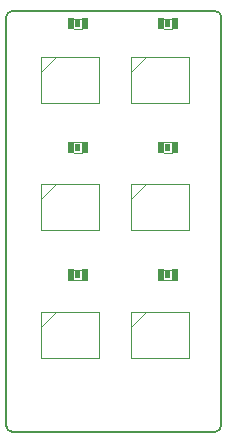
<source format=gbr>
G04 DipTrace 3.3.1.1*
G04 BottomAssy.gbr*
%MOIN*%
G04 #@! TF.FileFunction,Drawing,Bot*
G04 #@! TF.Part,Single*
%ADD11C,0.005512*%
%ADD16C,0.003937*%
%ADD18C,0.004*%
%FSLAX26Y26*%
G04*
G70*
G90*
G75*
G01*
G04 BotAssy*
%LPD*%
X225704Y1339241D2*
D18*
X253726D1*
X225704Y1372745D2*
X253726D1*
G36*
X206710Y1374749D2*
X226410D1*
Y1337348D1*
X206710D1*
Y1374749D1*
G37*
G36*
X252712D2*
X272400D1*
Y1337348D1*
X252712D1*
Y1374749D1*
G37*
G36*
X231844Y1368060D2*
X247586D1*
Y1344438D1*
X231844D1*
Y1368060D1*
G37*
X225704Y501743D2*
D18*
X253726D1*
X225704Y535247D2*
X253726D1*
G36*
X206710Y537251D2*
X226410D1*
Y499849D1*
X206710D1*
Y537251D1*
G37*
G36*
X252712D2*
X272400D1*
Y499849D1*
X252712D1*
Y537251D1*
G37*
G36*
X231844Y530562D2*
X247586D1*
Y506940D1*
X231844D1*
Y530562D1*
G37*
X225704Y926743D2*
D18*
X253726D1*
X225704Y960247D2*
X253726D1*
G36*
X206710Y962251D2*
X226410D1*
Y924849D1*
X206710D1*
Y962251D1*
G37*
G36*
X252712D2*
X272400D1*
Y924849D1*
X252712D1*
Y962251D1*
G37*
G36*
X231844Y955562D2*
X247586D1*
Y931940D1*
X231844D1*
Y955562D1*
G37*
X525704Y1339241D2*
D18*
X553726D1*
X525704Y1372745D2*
X553726D1*
G36*
X506710Y1374749D2*
X526410D1*
Y1337348D1*
X506710D1*
Y1374749D1*
G37*
G36*
X552712D2*
X572400D1*
Y1337348D1*
X552712D1*
Y1374749D1*
G37*
G36*
X531844Y1368060D2*
X547586D1*
Y1344438D1*
X531844D1*
Y1368060D1*
G37*
X525704Y926743D2*
D18*
X553726D1*
X525704Y960247D2*
X553726D1*
G36*
X506710Y962251D2*
X526410D1*
Y924849D1*
X506710D1*
Y962251D1*
G37*
G36*
X552712D2*
X572400D1*
Y924849D1*
X552712D1*
Y962251D1*
G37*
G36*
X531844Y955562D2*
X547586D1*
Y931940D1*
X531844D1*
Y955562D1*
G37*
X525704Y501743D2*
D18*
X553726D1*
X525704Y535247D2*
X553726D1*
G36*
X506710Y537251D2*
X526410D1*
Y499849D1*
X506710D1*
Y537251D1*
G37*
G36*
X552712D2*
X572400D1*
Y499849D1*
X552712D1*
Y537251D1*
G37*
G36*
X531844Y530562D2*
X547586D1*
Y506940D1*
X531844D1*
Y530562D1*
G37*
X116058Y1245459D2*
D16*
Y1091943D1*
X308941D1*
Y1245459D1*
X116058D1*
X165962D2*
X116058Y1195410D1*
X416058Y1245459D2*
Y1091943D1*
X608941D1*
Y1245459D1*
X416058D1*
X465962D2*
X416058Y1195410D1*
X116058Y820459D2*
Y666943D1*
X308941D1*
Y820459D1*
X116058D1*
X165962D2*
X116058Y770410D1*
X416058Y820459D2*
Y666943D1*
X608941D1*
Y820459D1*
X416058D1*
X465962D2*
X416058Y770410D1*
X116058Y395459D2*
Y241943D1*
X308941D1*
Y395459D1*
X116058D1*
X165962D2*
X116058Y345410D1*
X416058Y395459D2*
Y241943D1*
X608941D1*
Y395459D1*
X416058D1*
X465962D2*
X416058Y345410D1*
X20866Y-3543D2*
D11*
X698031D1*
G03X717717Y16142I2J19683D01*
G01*
Y1378346D1*
G03X698031Y1398031I-19683J2D01*
G01*
X20866D1*
G03X1181Y1378346I-2J-19683D01*
G01*
Y16142D1*
G03X20866Y-3543I19683J-2D01*
G01*
M02*

</source>
